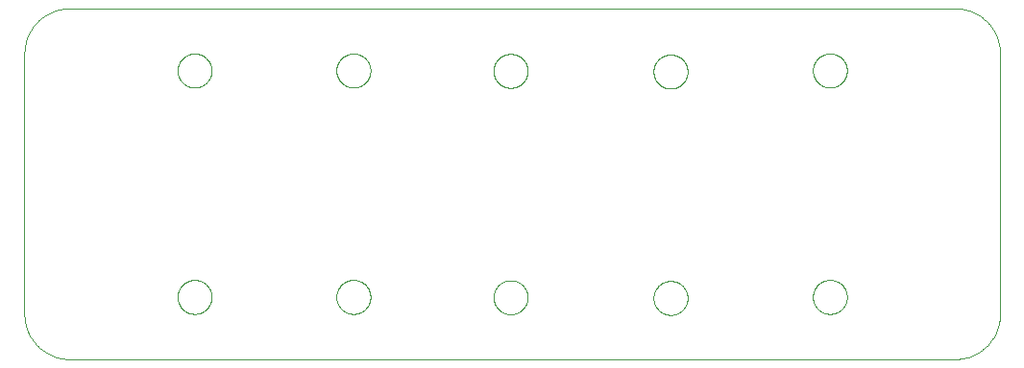
<source format=gbo>
G75*
%MOIN*%
%OFA0B0*%
%FSLAX25Y25*%
%IPPOS*%
%LPD*%
%AMOC8*
5,1,8,0,0,1.08239X$1,22.5*
%
%ADD10C,0.00000*%
D10*
X0024622Y0008874D02*
X0331709Y0008874D01*
X0332090Y0008879D01*
X0332470Y0008892D01*
X0332850Y0008915D01*
X0333229Y0008948D01*
X0333607Y0008989D01*
X0333984Y0009039D01*
X0334360Y0009099D01*
X0334735Y0009167D01*
X0335107Y0009245D01*
X0335478Y0009332D01*
X0335846Y0009427D01*
X0336212Y0009532D01*
X0336575Y0009645D01*
X0336936Y0009767D01*
X0337293Y0009897D01*
X0337647Y0010037D01*
X0337998Y0010184D01*
X0338345Y0010341D01*
X0338688Y0010505D01*
X0339027Y0010678D01*
X0339362Y0010859D01*
X0339693Y0011048D01*
X0340018Y0011245D01*
X0340339Y0011449D01*
X0340655Y0011662D01*
X0340965Y0011882D01*
X0341271Y0012109D01*
X0341570Y0012344D01*
X0341864Y0012586D01*
X0342152Y0012834D01*
X0342434Y0013090D01*
X0342709Y0013353D01*
X0342978Y0013622D01*
X0343241Y0013897D01*
X0343497Y0014179D01*
X0343745Y0014467D01*
X0343987Y0014761D01*
X0344222Y0015060D01*
X0344449Y0015366D01*
X0344669Y0015676D01*
X0344882Y0015992D01*
X0345086Y0016313D01*
X0345283Y0016638D01*
X0345472Y0016969D01*
X0345653Y0017304D01*
X0345826Y0017643D01*
X0345990Y0017986D01*
X0346147Y0018333D01*
X0346294Y0018684D01*
X0346434Y0019038D01*
X0346564Y0019395D01*
X0346686Y0019756D01*
X0346799Y0020119D01*
X0346904Y0020485D01*
X0346999Y0020853D01*
X0347086Y0021224D01*
X0347164Y0021596D01*
X0347232Y0021971D01*
X0347292Y0022347D01*
X0347342Y0022724D01*
X0347383Y0023102D01*
X0347416Y0023481D01*
X0347439Y0023861D01*
X0347452Y0024241D01*
X0347457Y0024622D01*
X0347457Y0115173D01*
X0347452Y0115554D01*
X0347439Y0115934D01*
X0347416Y0116314D01*
X0347383Y0116693D01*
X0347342Y0117071D01*
X0347292Y0117448D01*
X0347232Y0117824D01*
X0347164Y0118199D01*
X0347086Y0118571D01*
X0346999Y0118942D01*
X0346904Y0119310D01*
X0346799Y0119676D01*
X0346686Y0120039D01*
X0346564Y0120400D01*
X0346434Y0120757D01*
X0346294Y0121111D01*
X0346147Y0121462D01*
X0345990Y0121809D01*
X0345826Y0122152D01*
X0345653Y0122491D01*
X0345472Y0122826D01*
X0345283Y0123157D01*
X0345086Y0123482D01*
X0344882Y0123803D01*
X0344669Y0124119D01*
X0344449Y0124429D01*
X0344222Y0124735D01*
X0343987Y0125034D01*
X0343745Y0125328D01*
X0343497Y0125616D01*
X0343241Y0125898D01*
X0342978Y0126173D01*
X0342709Y0126442D01*
X0342434Y0126705D01*
X0342152Y0126961D01*
X0341864Y0127209D01*
X0341570Y0127451D01*
X0341271Y0127686D01*
X0340965Y0127913D01*
X0340655Y0128133D01*
X0340339Y0128346D01*
X0340018Y0128550D01*
X0339693Y0128747D01*
X0339362Y0128936D01*
X0339027Y0129117D01*
X0338688Y0129290D01*
X0338345Y0129454D01*
X0337998Y0129611D01*
X0337647Y0129758D01*
X0337293Y0129898D01*
X0336936Y0130028D01*
X0336575Y0130150D01*
X0336212Y0130263D01*
X0335846Y0130368D01*
X0335478Y0130463D01*
X0335107Y0130550D01*
X0334735Y0130628D01*
X0334360Y0130696D01*
X0333984Y0130756D01*
X0333607Y0130806D01*
X0333229Y0130847D01*
X0332850Y0130880D01*
X0332470Y0130903D01*
X0332090Y0130916D01*
X0331709Y0130921D01*
X0024622Y0130921D01*
X0024241Y0130916D01*
X0023861Y0130903D01*
X0023481Y0130880D01*
X0023102Y0130847D01*
X0022724Y0130806D01*
X0022347Y0130756D01*
X0021971Y0130696D01*
X0021596Y0130628D01*
X0021224Y0130550D01*
X0020853Y0130463D01*
X0020485Y0130368D01*
X0020119Y0130263D01*
X0019756Y0130150D01*
X0019395Y0130028D01*
X0019038Y0129898D01*
X0018684Y0129758D01*
X0018333Y0129611D01*
X0017986Y0129454D01*
X0017643Y0129290D01*
X0017304Y0129117D01*
X0016969Y0128936D01*
X0016638Y0128747D01*
X0016313Y0128550D01*
X0015992Y0128346D01*
X0015676Y0128133D01*
X0015366Y0127913D01*
X0015060Y0127686D01*
X0014761Y0127451D01*
X0014467Y0127209D01*
X0014179Y0126961D01*
X0013897Y0126705D01*
X0013622Y0126442D01*
X0013353Y0126173D01*
X0013090Y0125898D01*
X0012834Y0125616D01*
X0012586Y0125328D01*
X0012344Y0125034D01*
X0012109Y0124735D01*
X0011882Y0124429D01*
X0011662Y0124119D01*
X0011449Y0123803D01*
X0011245Y0123482D01*
X0011048Y0123157D01*
X0010859Y0122826D01*
X0010678Y0122491D01*
X0010505Y0122152D01*
X0010341Y0121809D01*
X0010184Y0121462D01*
X0010037Y0121111D01*
X0009897Y0120757D01*
X0009767Y0120400D01*
X0009645Y0120039D01*
X0009532Y0119676D01*
X0009427Y0119310D01*
X0009332Y0118942D01*
X0009245Y0118571D01*
X0009167Y0118199D01*
X0009099Y0117824D01*
X0009039Y0117448D01*
X0008989Y0117071D01*
X0008948Y0116693D01*
X0008915Y0116314D01*
X0008892Y0115934D01*
X0008879Y0115554D01*
X0008874Y0115173D01*
X0008874Y0024622D01*
X0008879Y0024241D01*
X0008892Y0023861D01*
X0008915Y0023481D01*
X0008948Y0023102D01*
X0008989Y0022724D01*
X0009039Y0022347D01*
X0009099Y0021971D01*
X0009167Y0021596D01*
X0009245Y0021224D01*
X0009332Y0020853D01*
X0009427Y0020485D01*
X0009532Y0020119D01*
X0009645Y0019756D01*
X0009767Y0019395D01*
X0009897Y0019038D01*
X0010037Y0018684D01*
X0010184Y0018333D01*
X0010341Y0017986D01*
X0010505Y0017643D01*
X0010678Y0017304D01*
X0010859Y0016969D01*
X0011048Y0016638D01*
X0011245Y0016313D01*
X0011449Y0015992D01*
X0011662Y0015676D01*
X0011882Y0015366D01*
X0012109Y0015060D01*
X0012344Y0014761D01*
X0012586Y0014467D01*
X0012834Y0014179D01*
X0013090Y0013897D01*
X0013353Y0013622D01*
X0013622Y0013353D01*
X0013897Y0013090D01*
X0014179Y0012834D01*
X0014467Y0012586D01*
X0014761Y0012344D01*
X0015060Y0012109D01*
X0015366Y0011882D01*
X0015676Y0011662D01*
X0015992Y0011449D01*
X0016313Y0011245D01*
X0016638Y0011048D01*
X0016969Y0010859D01*
X0017304Y0010678D01*
X0017643Y0010505D01*
X0017986Y0010341D01*
X0018333Y0010184D01*
X0018684Y0010037D01*
X0019038Y0009897D01*
X0019395Y0009767D01*
X0019756Y0009645D01*
X0020119Y0009532D01*
X0020485Y0009427D01*
X0020853Y0009332D01*
X0021224Y0009245D01*
X0021596Y0009167D01*
X0021971Y0009099D01*
X0022347Y0009039D01*
X0022724Y0008989D01*
X0023102Y0008948D01*
X0023481Y0008915D01*
X0023861Y0008892D01*
X0024241Y0008879D01*
X0024622Y0008874D01*
X0062023Y0030528D02*
X0062025Y0030681D01*
X0062031Y0030835D01*
X0062041Y0030988D01*
X0062055Y0031140D01*
X0062073Y0031293D01*
X0062095Y0031444D01*
X0062120Y0031595D01*
X0062150Y0031746D01*
X0062184Y0031896D01*
X0062221Y0032044D01*
X0062262Y0032192D01*
X0062307Y0032338D01*
X0062356Y0032484D01*
X0062409Y0032628D01*
X0062465Y0032770D01*
X0062525Y0032911D01*
X0062589Y0033051D01*
X0062656Y0033189D01*
X0062727Y0033325D01*
X0062802Y0033459D01*
X0062879Y0033591D01*
X0062961Y0033721D01*
X0063045Y0033849D01*
X0063133Y0033975D01*
X0063224Y0034098D01*
X0063318Y0034219D01*
X0063416Y0034337D01*
X0063516Y0034453D01*
X0063620Y0034566D01*
X0063726Y0034677D01*
X0063835Y0034785D01*
X0063947Y0034890D01*
X0064061Y0034991D01*
X0064179Y0035090D01*
X0064298Y0035186D01*
X0064420Y0035279D01*
X0064545Y0035368D01*
X0064672Y0035455D01*
X0064801Y0035537D01*
X0064932Y0035617D01*
X0065065Y0035693D01*
X0065200Y0035766D01*
X0065337Y0035835D01*
X0065476Y0035900D01*
X0065616Y0035962D01*
X0065758Y0036020D01*
X0065901Y0036075D01*
X0066046Y0036126D01*
X0066192Y0036173D01*
X0066339Y0036216D01*
X0066487Y0036255D01*
X0066636Y0036291D01*
X0066786Y0036322D01*
X0066937Y0036350D01*
X0067088Y0036374D01*
X0067241Y0036394D01*
X0067393Y0036410D01*
X0067546Y0036422D01*
X0067699Y0036430D01*
X0067852Y0036434D01*
X0068006Y0036434D01*
X0068159Y0036430D01*
X0068312Y0036422D01*
X0068465Y0036410D01*
X0068617Y0036394D01*
X0068770Y0036374D01*
X0068921Y0036350D01*
X0069072Y0036322D01*
X0069222Y0036291D01*
X0069371Y0036255D01*
X0069519Y0036216D01*
X0069666Y0036173D01*
X0069812Y0036126D01*
X0069957Y0036075D01*
X0070100Y0036020D01*
X0070242Y0035962D01*
X0070382Y0035900D01*
X0070521Y0035835D01*
X0070658Y0035766D01*
X0070793Y0035693D01*
X0070926Y0035617D01*
X0071057Y0035537D01*
X0071186Y0035455D01*
X0071313Y0035368D01*
X0071438Y0035279D01*
X0071560Y0035186D01*
X0071679Y0035090D01*
X0071797Y0034991D01*
X0071911Y0034890D01*
X0072023Y0034785D01*
X0072132Y0034677D01*
X0072238Y0034566D01*
X0072342Y0034453D01*
X0072442Y0034337D01*
X0072540Y0034219D01*
X0072634Y0034098D01*
X0072725Y0033975D01*
X0072813Y0033849D01*
X0072897Y0033721D01*
X0072979Y0033591D01*
X0073056Y0033459D01*
X0073131Y0033325D01*
X0073202Y0033189D01*
X0073269Y0033051D01*
X0073333Y0032911D01*
X0073393Y0032770D01*
X0073449Y0032628D01*
X0073502Y0032484D01*
X0073551Y0032338D01*
X0073596Y0032192D01*
X0073637Y0032044D01*
X0073674Y0031896D01*
X0073708Y0031746D01*
X0073738Y0031595D01*
X0073763Y0031444D01*
X0073785Y0031293D01*
X0073803Y0031140D01*
X0073817Y0030988D01*
X0073827Y0030835D01*
X0073833Y0030681D01*
X0073835Y0030528D01*
X0073833Y0030375D01*
X0073827Y0030221D01*
X0073817Y0030068D01*
X0073803Y0029916D01*
X0073785Y0029763D01*
X0073763Y0029612D01*
X0073738Y0029461D01*
X0073708Y0029310D01*
X0073674Y0029160D01*
X0073637Y0029012D01*
X0073596Y0028864D01*
X0073551Y0028718D01*
X0073502Y0028572D01*
X0073449Y0028428D01*
X0073393Y0028286D01*
X0073333Y0028145D01*
X0073269Y0028005D01*
X0073202Y0027867D01*
X0073131Y0027731D01*
X0073056Y0027597D01*
X0072979Y0027465D01*
X0072897Y0027335D01*
X0072813Y0027207D01*
X0072725Y0027081D01*
X0072634Y0026958D01*
X0072540Y0026837D01*
X0072442Y0026719D01*
X0072342Y0026603D01*
X0072238Y0026490D01*
X0072132Y0026379D01*
X0072023Y0026271D01*
X0071911Y0026166D01*
X0071797Y0026065D01*
X0071679Y0025966D01*
X0071560Y0025870D01*
X0071438Y0025777D01*
X0071313Y0025688D01*
X0071186Y0025601D01*
X0071057Y0025519D01*
X0070926Y0025439D01*
X0070793Y0025363D01*
X0070658Y0025290D01*
X0070521Y0025221D01*
X0070382Y0025156D01*
X0070242Y0025094D01*
X0070100Y0025036D01*
X0069957Y0024981D01*
X0069812Y0024930D01*
X0069666Y0024883D01*
X0069519Y0024840D01*
X0069371Y0024801D01*
X0069222Y0024765D01*
X0069072Y0024734D01*
X0068921Y0024706D01*
X0068770Y0024682D01*
X0068617Y0024662D01*
X0068465Y0024646D01*
X0068312Y0024634D01*
X0068159Y0024626D01*
X0068006Y0024622D01*
X0067852Y0024622D01*
X0067699Y0024626D01*
X0067546Y0024634D01*
X0067393Y0024646D01*
X0067241Y0024662D01*
X0067088Y0024682D01*
X0066937Y0024706D01*
X0066786Y0024734D01*
X0066636Y0024765D01*
X0066487Y0024801D01*
X0066339Y0024840D01*
X0066192Y0024883D01*
X0066046Y0024930D01*
X0065901Y0024981D01*
X0065758Y0025036D01*
X0065616Y0025094D01*
X0065476Y0025156D01*
X0065337Y0025221D01*
X0065200Y0025290D01*
X0065065Y0025363D01*
X0064932Y0025439D01*
X0064801Y0025519D01*
X0064672Y0025601D01*
X0064545Y0025688D01*
X0064420Y0025777D01*
X0064298Y0025870D01*
X0064179Y0025966D01*
X0064061Y0026065D01*
X0063947Y0026166D01*
X0063835Y0026271D01*
X0063726Y0026379D01*
X0063620Y0026490D01*
X0063516Y0026603D01*
X0063416Y0026719D01*
X0063318Y0026837D01*
X0063224Y0026958D01*
X0063133Y0027081D01*
X0063045Y0027207D01*
X0062961Y0027335D01*
X0062879Y0027465D01*
X0062802Y0027597D01*
X0062727Y0027731D01*
X0062656Y0027867D01*
X0062589Y0028005D01*
X0062525Y0028145D01*
X0062465Y0028286D01*
X0062409Y0028428D01*
X0062356Y0028572D01*
X0062307Y0028718D01*
X0062262Y0028864D01*
X0062221Y0029012D01*
X0062184Y0029160D01*
X0062150Y0029310D01*
X0062120Y0029461D01*
X0062095Y0029612D01*
X0062073Y0029763D01*
X0062055Y0029916D01*
X0062041Y0030068D01*
X0062031Y0030221D01*
X0062025Y0030375D01*
X0062023Y0030528D01*
X0117141Y0030528D02*
X0117143Y0030681D01*
X0117149Y0030835D01*
X0117159Y0030988D01*
X0117173Y0031140D01*
X0117191Y0031293D01*
X0117213Y0031444D01*
X0117238Y0031595D01*
X0117268Y0031746D01*
X0117302Y0031896D01*
X0117339Y0032044D01*
X0117380Y0032192D01*
X0117425Y0032338D01*
X0117474Y0032484D01*
X0117527Y0032628D01*
X0117583Y0032770D01*
X0117643Y0032911D01*
X0117707Y0033051D01*
X0117774Y0033189D01*
X0117845Y0033325D01*
X0117920Y0033459D01*
X0117997Y0033591D01*
X0118079Y0033721D01*
X0118163Y0033849D01*
X0118251Y0033975D01*
X0118342Y0034098D01*
X0118436Y0034219D01*
X0118534Y0034337D01*
X0118634Y0034453D01*
X0118738Y0034566D01*
X0118844Y0034677D01*
X0118953Y0034785D01*
X0119065Y0034890D01*
X0119179Y0034991D01*
X0119297Y0035090D01*
X0119416Y0035186D01*
X0119538Y0035279D01*
X0119663Y0035368D01*
X0119790Y0035455D01*
X0119919Y0035537D01*
X0120050Y0035617D01*
X0120183Y0035693D01*
X0120318Y0035766D01*
X0120455Y0035835D01*
X0120594Y0035900D01*
X0120734Y0035962D01*
X0120876Y0036020D01*
X0121019Y0036075D01*
X0121164Y0036126D01*
X0121310Y0036173D01*
X0121457Y0036216D01*
X0121605Y0036255D01*
X0121754Y0036291D01*
X0121904Y0036322D01*
X0122055Y0036350D01*
X0122206Y0036374D01*
X0122359Y0036394D01*
X0122511Y0036410D01*
X0122664Y0036422D01*
X0122817Y0036430D01*
X0122970Y0036434D01*
X0123124Y0036434D01*
X0123277Y0036430D01*
X0123430Y0036422D01*
X0123583Y0036410D01*
X0123735Y0036394D01*
X0123888Y0036374D01*
X0124039Y0036350D01*
X0124190Y0036322D01*
X0124340Y0036291D01*
X0124489Y0036255D01*
X0124637Y0036216D01*
X0124784Y0036173D01*
X0124930Y0036126D01*
X0125075Y0036075D01*
X0125218Y0036020D01*
X0125360Y0035962D01*
X0125500Y0035900D01*
X0125639Y0035835D01*
X0125776Y0035766D01*
X0125911Y0035693D01*
X0126044Y0035617D01*
X0126175Y0035537D01*
X0126304Y0035455D01*
X0126431Y0035368D01*
X0126556Y0035279D01*
X0126678Y0035186D01*
X0126797Y0035090D01*
X0126915Y0034991D01*
X0127029Y0034890D01*
X0127141Y0034785D01*
X0127250Y0034677D01*
X0127356Y0034566D01*
X0127460Y0034453D01*
X0127560Y0034337D01*
X0127658Y0034219D01*
X0127752Y0034098D01*
X0127843Y0033975D01*
X0127931Y0033849D01*
X0128015Y0033721D01*
X0128097Y0033591D01*
X0128174Y0033459D01*
X0128249Y0033325D01*
X0128320Y0033189D01*
X0128387Y0033051D01*
X0128451Y0032911D01*
X0128511Y0032770D01*
X0128567Y0032628D01*
X0128620Y0032484D01*
X0128669Y0032338D01*
X0128714Y0032192D01*
X0128755Y0032044D01*
X0128792Y0031896D01*
X0128826Y0031746D01*
X0128856Y0031595D01*
X0128881Y0031444D01*
X0128903Y0031293D01*
X0128921Y0031140D01*
X0128935Y0030988D01*
X0128945Y0030835D01*
X0128951Y0030681D01*
X0128953Y0030528D01*
X0128951Y0030375D01*
X0128945Y0030221D01*
X0128935Y0030068D01*
X0128921Y0029916D01*
X0128903Y0029763D01*
X0128881Y0029612D01*
X0128856Y0029461D01*
X0128826Y0029310D01*
X0128792Y0029160D01*
X0128755Y0029012D01*
X0128714Y0028864D01*
X0128669Y0028718D01*
X0128620Y0028572D01*
X0128567Y0028428D01*
X0128511Y0028286D01*
X0128451Y0028145D01*
X0128387Y0028005D01*
X0128320Y0027867D01*
X0128249Y0027731D01*
X0128174Y0027597D01*
X0128097Y0027465D01*
X0128015Y0027335D01*
X0127931Y0027207D01*
X0127843Y0027081D01*
X0127752Y0026958D01*
X0127658Y0026837D01*
X0127560Y0026719D01*
X0127460Y0026603D01*
X0127356Y0026490D01*
X0127250Y0026379D01*
X0127141Y0026271D01*
X0127029Y0026166D01*
X0126915Y0026065D01*
X0126797Y0025966D01*
X0126678Y0025870D01*
X0126556Y0025777D01*
X0126431Y0025688D01*
X0126304Y0025601D01*
X0126175Y0025519D01*
X0126044Y0025439D01*
X0125911Y0025363D01*
X0125776Y0025290D01*
X0125639Y0025221D01*
X0125500Y0025156D01*
X0125360Y0025094D01*
X0125218Y0025036D01*
X0125075Y0024981D01*
X0124930Y0024930D01*
X0124784Y0024883D01*
X0124637Y0024840D01*
X0124489Y0024801D01*
X0124340Y0024765D01*
X0124190Y0024734D01*
X0124039Y0024706D01*
X0123888Y0024682D01*
X0123735Y0024662D01*
X0123583Y0024646D01*
X0123430Y0024634D01*
X0123277Y0024626D01*
X0123124Y0024622D01*
X0122970Y0024622D01*
X0122817Y0024626D01*
X0122664Y0024634D01*
X0122511Y0024646D01*
X0122359Y0024662D01*
X0122206Y0024682D01*
X0122055Y0024706D01*
X0121904Y0024734D01*
X0121754Y0024765D01*
X0121605Y0024801D01*
X0121457Y0024840D01*
X0121310Y0024883D01*
X0121164Y0024930D01*
X0121019Y0024981D01*
X0120876Y0025036D01*
X0120734Y0025094D01*
X0120594Y0025156D01*
X0120455Y0025221D01*
X0120318Y0025290D01*
X0120183Y0025363D01*
X0120050Y0025439D01*
X0119919Y0025519D01*
X0119790Y0025601D01*
X0119663Y0025688D01*
X0119538Y0025777D01*
X0119416Y0025870D01*
X0119297Y0025966D01*
X0119179Y0026065D01*
X0119065Y0026166D01*
X0118953Y0026271D01*
X0118844Y0026379D01*
X0118738Y0026490D01*
X0118634Y0026603D01*
X0118534Y0026719D01*
X0118436Y0026837D01*
X0118342Y0026958D01*
X0118251Y0027081D01*
X0118163Y0027207D01*
X0118079Y0027335D01*
X0117997Y0027465D01*
X0117920Y0027597D01*
X0117845Y0027731D01*
X0117774Y0027867D01*
X0117707Y0028005D01*
X0117643Y0028145D01*
X0117583Y0028286D01*
X0117527Y0028428D01*
X0117474Y0028572D01*
X0117425Y0028718D01*
X0117380Y0028864D01*
X0117339Y0029012D01*
X0117302Y0029160D01*
X0117268Y0029310D01*
X0117238Y0029461D01*
X0117213Y0029612D01*
X0117191Y0029763D01*
X0117173Y0029916D01*
X0117159Y0030068D01*
X0117149Y0030221D01*
X0117143Y0030375D01*
X0117141Y0030528D01*
X0171669Y0030409D02*
X0171671Y0030562D01*
X0171677Y0030716D01*
X0171687Y0030869D01*
X0171701Y0031021D01*
X0171719Y0031174D01*
X0171741Y0031325D01*
X0171766Y0031476D01*
X0171796Y0031627D01*
X0171830Y0031777D01*
X0171867Y0031925D01*
X0171908Y0032073D01*
X0171953Y0032219D01*
X0172002Y0032365D01*
X0172055Y0032509D01*
X0172111Y0032651D01*
X0172171Y0032792D01*
X0172235Y0032932D01*
X0172302Y0033070D01*
X0172373Y0033206D01*
X0172448Y0033340D01*
X0172525Y0033472D01*
X0172607Y0033602D01*
X0172691Y0033730D01*
X0172779Y0033856D01*
X0172870Y0033979D01*
X0172964Y0034100D01*
X0173062Y0034218D01*
X0173162Y0034334D01*
X0173266Y0034447D01*
X0173372Y0034558D01*
X0173481Y0034666D01*
X0173593Y0034771D01*
X0173707Y0034872D01*
X0173825Y0034971D01*
X0173944Y0035067D01*
X0174066Y0035160D01*
X0174191Y0035249D01*
X0174318Y0035336D01*
X0174447Y0035418D01*
X0174578Y0035498D01*
X0174711Y0035574D01*
X0174846Y0035647D01*
X0174983Y0035716D01*
X0175122Y0035781D01*
X0175262Y0035843D01*
X0175404Y0035901D01*
X0175547Y0035956D01*
X0175692Y0036007D01*
X0175838Y0036054D01*
X0175985Y0036097D01*
X0176133Y0036136D01*
X0176282Y0036172D01*
X0176432Y0036203D01*
X0176583Y0036231D01*
X0176734Y0036255D01*
X0176887Y0036275D01*
X0177039Y0036291D01*
X0177192Y0036303D01*
X0177345Y0036311D01*
X0177498Y0036315D01*
X0177652Y0036315D01*
X0177805Y0036311D01*
X0177958Y0036303D01*
X0178111Y0036291D01*
X0178263Y0036275D01*
X0178416Y0036255D01*
X0178567Y0036231D01*
X0178718Y0036203D01*
X0178868Y0036172D01*
X0179017Y0036136D01*
X0179165Y0036097D01*
X0179312Y0036054D01*
X0179458Y0036007D01*
X0179603Y0035956D01*
X0179746Y0035901D01*
X0179888Y0035843D01*
X0180028Y0035781D01*
X0180167Y0035716D01*
X0180304Y0035647D01*
X0180439Y0035574D01*
X0180572Y0035498D01*
X0180703Y0035418D01*
X0180832Y0035336D01*
X0180959Y0035249D01*
X0181084Y0035160D01*
X0181206Y0035067D01*
X0181325Y0034971D01*
X0181443Y0034872D01*
X0181557Y0034771D01*
X0181669Y0034666D01*
X0181778Y0034558D01*
X0181884Y0034447D01*
X0181988Y0034334D01*
X0182088Y0034218D01*
X0182186Y0034100D01*
X0182280Y0033979D01*
X0182371Y0033856D01*
X0182459Y0033730D01*
X0182543Y0033602D01*
X0182625Y0033472D01*
X0182702Y0033340D01*
X0182777Y0033206D01*
X0182848Y0033070D01*
X0182915Y0032932D01*
X0182979Y0032792D01*
X0183039Y0032651D01*
X0183095Y0032509D01*
X0183148Y0032365D01*
X0183197Y0032219D01*
X0183242Y0032073D01*
X0183283Y0031925D01*
X0183320Y0031777D01*
X0183354Y0031627D01*
X0183384Y0031476D01*
X0183409Y0031325D01*
X0183431Y0031174D01*
X0183449Y0031021D01*
X0183463Y0030869D01*
X0183473Y0030716D01*
X0183479Y0030562D01*
X0183481Y0030409D01*
X0183479Y0030256D01*
X0183473Y0030102D01*
X0183463Y0029949D01*
X0183449Y0029797D01*
X0183431Y0029644D01*
X0183409Y0029493D01*
X0183384Y0029342D01*
X0183354Y0029191D01*
X0183320Y0029041D01*
X0183283Y0028893D01*
X0183242Y0028745D01*
X0183197Y0028599D01*
X0183148Y0028453D01*
X0183095Y0028309D01*
X0183039Y0028167D01*
X0182979Y0028026D01*
X0182915Y0027886D01*
X0182848Y0027748D01*
X0182777Y0027612D01*
X0182702Y0027478D01*
X0182625Y0027346D01*
X0182543Y0027216D01*
X0182459Y0027088D01*
X0182371Y0026962D01*
X0182280Y0026839D01*
X0182186Y0026718D01*
X0182088Y0026600D01*
X0181988Y0026484D01*
X0181884Y0026371D01*
X0181778Y0026260D01*
X0181669Y0026152D01*
X0181557Y0026047D01*
X0181443Y0025946D01*
X0181325Y0025847D01*
X0181206Y0025751D01*
X0181084Y0025658D01*
X0180959Y0025569D01*
X0180832Y0025482D01*
X0180703Y0025400D01*
X0180572Y0025320D01*
X0180439Y0025244D01*
X0180304Y0025171D01*
X0180167Y0025102D01*
X0180028Y0025037D01*
X0179888Y0024975D01*
X0179746Y0024917D01*
X0179603Y0024862D01*
X0179458Y0024811D01*
X0179312Y0024764D01*
X0179165Y0024721D01*
X0179017Y0024682D01*
X0178868Y0024646D01*
X0178718Y0024615D01*
X0178567Y0024587D01*
X0178416Y0024563D01*
X0178263Y0024543D01*
X0178111Y0024527D01*
X0177958Y0024515D01*
X0177805Y0024507D01*
X0177652Y0024503D01*
X0177498Y0024503D01*
X0177345Y0024507D01*
X0177192Y0024515D01*
X0177039Y0024527D01*
X0176887Y0024543D01*
X0176734Y0024563D01*
X0176583Y0024587D01*
X0176432Y0024615D01*
X0176282Y0024646D01*
X0176133Y0024682D01*
X0175985Y0024721D01*
X0175838Y0024764D01*
X0175692Y0024811D01*
X0175547Y0024862D01*
X0175404Y0024917D01*
X0175262Y0024975D01*
X0175122Y0025037D01*
X0174983Y0025102D01*
X0174846Y0025171D01*
X0174711Y0025244D01*
X0174578Y0025320D01*
X0174447Y0025400D01*
X0174318Y0025482D01*
X0174191Y0025569D01*
X0174066Y0025658D01*
X0173944Y0025751D01*
X0173825Y0025847D01*
X0173707Y0025946D01*
X0173593Y0026047D01*
X0173481Y0026152D01*
X0173372Y0026260D01*
X0173266Y0026371D01*
X0173162Y0026484D01*
X0173062Y0026600D01*
X0172964Y0026718D01*
X0172870Y0026839D01*
X0172779Y0026962D01*
X0172691Y0027088D01*
X0172607Y0027216D01*
X0172525Y0027346D01*
X0172448Y0027478D01*
X0172373Y0027612D01*
X0172302Y0027748D01*
X0172235Y0027886D01*
X0172171Y0028026D01*
X0172111Y0028167D01*
X0172055Y0028309D01*
X0172002Y0028453D01*
X0171953Y0028599D01*
X0171908Y0028745D01*
X0171867Y0028893D01*
X0171830Y0029041D01*
X0171796Y0029191D01*
X0171766Y0029342D01*
X0171741Y0029493D01*
X0171719Y0029644D01*
X0171701Y0029797D01*
X0171687Y0029949D01*
X0171677Y0030102D01*
X0171671Y0030256D01*
X0171669Y0030409D01*
X0227181Y0030173D02*
X0227183Y0030326D01*
X0227189Y0030480D01*
X0227199Y0030633D01*
X0227213Y0030785D01*
X0227231Y0030938D01*
X0227253Y0031089D01*
X0227278Y0031240D01*
X0227308Y0031391D01*
X0227342Y0031541D01*
X0227379Y0031689D01*
X0227420Y0031837D01*
X0227465Y0031983D01*
X0227514Y0032129D01*
X0227567Y0032273D01*
X0227623Y0032415D01*
X0227683Y0032556D01*
X0227747Y0032696D01*
X0227814Y0032834D01*
X0227885Y0032970D01*
X0227960Y0033104D01*
X0228037Y0033236D01*
X0228119Y0033366D01*
X0228203Y0033494D01*
X0228291Y0033620D01*
X0228382Y0033743D01*
X0228476Y0033864D01*
X0228574Y0033982D01*
X0228674Y0034098D01*
X0228778Y0034211D01*
X0228884Y0034322D01*
X0228993Y0034430D01*
X0229105Y0034535D01*
X0229219Y0034636D01*
X0229337Y0034735D01*
X0229456Y0034831D01*
X0229578Y0034924D01*
X0229703Y0035013D01*
X0229830Y0035100D01*
X0229959Y0035182D01*
X0230090Y0035262D01*
X0230223Y0035338D01*
X0230358Y0035411D01*
X0230495Y0035480D01*
X0230634Y0035545D01*
X0230774Y0035607D01*
X0230916Y0035665D01*
X0231059Y0035720D01*
X0231204Y0035771D01*
X0231350Y0035818D01*
X0231497Y0035861D01*
X0231645Y0035900D01*
X0231794Y0035936D01*
X0231944Y0035967D01*
X0232095Y0035995D01*
X0232246Y0036019D01*
X0232399Y0036039D01*
X0232551Y0036055D01*
X0232704Y0036067D01*
X0232857Y0036075D01*
X0233010Y0036079D01*
X0233164Y0036079D01*
X0233317Y0036075D01*
X0233470Y0036067D01*
X0233623Y0036055D01*
X0233775Y0036039D01*
X0233928Y0036019D01*
X0234079Y0035995D01*
X0234230Y0035967D01*
X0234380Y0035936D01*
X0234529Y0035900D01*
X0234677Y0035861D01*
X0234824Y0035818D01*
X0234970Y0035771D01*
X0235115Y0035720D01*
X0235258Y0035665D01*
X0235400Y0035607D01*
X0235540Y0035545D01*
X0235679Y0035480D01*
X0235816Y0035411D01*
X0235951Y0035338D01*
X0236084Y0035262D01*
X0236215Y0035182D01*
X0236344Y0035100D01*
X0236471Y0035013D01*
X0236596Y0034924D01*
X0236718Y0034831D01*
X0236837Y0034735D01*
X0236955Y0034636D01*
X0237069Y0034535D01*
X0237181Y0034430D01*
X0237290Y0034322D01*
X0237396Y0034211D01*
X0237500Y0034098D01*
X0237600Y0033982D01*
X0237698Y0033864D01*
X0237792Y0033743D01*
X0237883Y0033620D01*
X0237971Y0033494D01*
X0238055Y0033366D01*
X0238137Y0033236D01*
X0238214Y0033104D01*
X0238289Y0032970D01*
X0238360Y0032834D01*
X0238427Y0032696D01*
X0238491Y0032556D01*
X0238551Y0032415D01*
X0238607Y0032273D01*
X0238660Y0032129D01*
X0238709Y0031983D01*
X0238754Y0031837D01*
X0238795Y0031689D01*
X0238832Y0031541D01*
X0238866Y0031391D01*
X0238896Y0031240D01*
X0238921Y0031089D01*
X0238943Y0030938D01*
X0238961Y0030785D01*
X0238975Y0030633D01*
X0238985Y0030480D01*
X0238991Y0030326D01*
X0238993Y0030173D01*
X0238991Y0030020D01*
X0238985Y0029866D01*
X0238975Y0029713D01*
X0238961Y0029561D01*
X0238943Y0029408D01*
X0238921Y0029257D01*
X0238896Y0029106D01*
X0238866Y0028955D01*
X0238832Y0028805D01*
X0238795Y0028657D01*
X0238754Y0028509D01*
X0238709Y0028363D01*
X0238660Y0028217D01*
X0238607Y0028073D01*
X0238551Y0027931D01*
X0238491Y0027790D01*
X0238427Y0027650D01*
X0238360Y0027512D01*
X0238289Y0027376D01*
X0238214Y0027242D01*
X0238137Y0027110D01*
X0238055Y0026980D01*
X0237971Y0026852D01*
X0237883Y0026726D01*
X0237792Y0026603D01*
X0237698Y0026482D01*
X0237600Y0026364D01*
X0237500Y0026248D01*
X0237396Y0026135D01*
X0237290Y0026024D01*
X0237181Y0025916D01*
X0237069Y0025811D01*
X0236955Y0025710D01*
X0236837Y0025611D01*
X0236718Y0025515D01*
X0236596Y0025422D01*
X0236471Y0025333D01*
X0236344Y0025246D01*
X0236215Y0025164D01*
X0236084Y0025084D01*
X0235951Y0025008D01*
X0235816Y0024935D01*
X0235679Y0024866D01*
X0235540Y0024801D01*
X0235400Y0024739D01*
X0235258Y0024681D01*
X0235115Y0024626D01*
X0234970Y0024575D01*
X0234824Y0024528D01*
X0234677Y0024485D01*
X0234529Y0024446D01*
X0234380Y0024410D01*
X0234230Y0024379D01*
X0234079Y0024351D01*
X0233928Y0024327D01*
X0233775Y0024307D01*
X0233623Y0024291D01*
X0233470Y0024279D01*
X0233317Y0024271D01*
X0233164Y0024267D01*
X0233010Y0024267D01*
X0232857Y0024271D01*
X0232704Y0024279D01*
X0232551Y0024291D01*
X0232399Y0024307D01*
X0232246Y0024327D01*
X0232095Y0024351D01*
X0231944Y0024379D01*
X0231794Y0024410D01*
X0231645Y0024446D01*
X0231497Y0024485D01*
X0231350Y0024528D01*
X0231204Y0024575D01*
X0231059Y0024626D01*
X0230916Y0024681D01*
X0230774Y0024739D01*
X0230634Y0024801D01*
X0230495Y0024866D01*
X0230358Y0024935D01*
X0230223Y0025008D01*
X0230090Y0025084D01*
X0229959Y0025164D01*
X0229830Y0025246D01*
X0229703Y0025333D01*
X0229578Y0025422D01*
X0229456Y0025515D01*
X0229337Y0025611D01*
X0229219Y0025710D01*
X0229105Y0025811D01*
X0228993Y0025916D01*
X0228884Y0026024D01*
X0228778Y0026135D01*
X0228674Y0026248D01*
X0228574Y0026364D01*
X0228476Y0026482D01*
X0228382Y0026603D01*
X0228291Y0026726D01*
X0228203Y0026852D01*
X0228119Y0026980D01*
X0228037Y0027110D01*
X0227960Y0027242D01*
X0227885Y0027376D01*
X0227814Y0027512D01*
X0227747Y0027650D01*
X0227683Y0027790D01*
X0227623Y0027931D01*
X0227567Y0028073D01*
X0227514Y0028217D01*
X0227465Y0028363D01*
X0227420Y0028509D01*
X0227379Y0028657D01*
X0227342Y0028805D01*
X0227308Y0028955D01*
X0227278Y0029106D01*
X0227253Y0029257D01*
X0227231Y0029408D01*
X0227213Y0029561D01*
X0227199Y0029713D01*
X0227189Y0029866D01*
X0227183Y0030020D01*
X0227181Y0030173D01*
X0282496Y0030528D02*
X0282498Y0030681D01*
X0282504Y0030835D01*
X0282514Y0030988D01*
X0282528Y0031140D01*
X0282546Y0031293D01*
X0282568Y0031444D01*
X0282593Y0031595D01*
X0282623Y0031746D01*
X0282657Y0031896D01*
X0282694Y0032044D01*
X0282735Y0032192D01*
X0282780Y0032338D01*
X0282829Y0032484D01*
X0282882Y0032628D01*
X0282938Y0032770D01*
X0282998Y0032911D01*
X0283062Y0033051D01*
X0283129Y0033189D01*
X0283200Y0033325D01*
X0283275Y0033459D01*
X0283352Y0033591D01*
X0283434Y0033721D01*
X0283518Y0033849D01*
X0283606Y0033975D01*
X0283697Y0034098D01*
X0283791Y0034219D01*
X0283889Y0034337D01*
X0283989Y0034453D01*
X0284093Y0034566D01*
X0284199Y0034677D01*
X0284308Y0034785D01*
X0284420Y0034890D01*
X0284534Y0034991D01*
X0284652Y0035090D01*
X0284771Y0035186D01*
X0284893Y0035279D01*
X0285018Y0035368D01*
X0285145Y0035455D01*
X0285274Y0035537D01*
X0285405Y0035617D01*
X0285538Y0035693D01*
X0285673Y0035766D01*
X0285810Y0035835D01*
X0285949Y0035900D01*
X0286089Y0035962D01*
X0286231Y0036020D01*
X0286374Y0036075D01*
X0286519Y0036126D01*
X0286665Y0036173D01*
X0286812Y0036216D01*
X0286960Y0036255D01*
X0287109Y0036291D01*
X0287259Y0036322D01*
X0287410Y0036350D01*
X0287561Y0036374D01*
X0287714Y0036394D01*
X0287866Y0036410D01*
X0288019Y0036422D01*
X0288172Y0036430D01*
X0288325Y0036434D01*
X0288479Y0036434D01*
X0288632Y0036430D01*
X0288785Y0036422D01*
X0288938Y0036410D01*
X0289090Y0036394D01*
X0289243Y0036374D01*
X0289394Y0036350D01*
X0289545Y0036322D01*
X0289695Y0036291D01*
X0289844Y0036255D01*
X0289992Y0036216D01*
X0290139Y0036173D01*
X0290285Y0036126D01*
X0290430Y0036075D01*
X0290573Y0036020D01*
X0290715Y0035962D01*
X0290855Y0035900D01*
X0290994Y0035835D01*
X0291131Y0035766D01*
X0291266Y0035693D01*
X0291399Y0035617D01*
X0291530Y0035537D01*
X0291659Y0035455D01*
X0291786Y0035368D01*
X0291911Y0035279D01*
X0292033Y0035186D01*
X0292152Y0035090D01*
X0292270Y0034991D01*
X0292384Y0034890D01*
X0292496Y0034785D01*
X0292605Y0034677D01*
X0292711Y0034566D01*
X0292815Y0034453D01*
X0292915Y0034337D01*
X0293013Y0034219D01*
X0293107Y0034098D01*
X0293198Y0033975D01*
X0293286Y0033849D01*
X0293370Y0033721D01*
X0293452Y0033591D01*
X0293529Y0033459D01*
X0293604Y0033325D01*
X0293675Y0033189D01*
X0293742Y0033051D01*
X0293806Y0032911D01*
X0293866Y0032770D01*
X0293922Y0032628D01*
X0293975Y0032484D01*
X0294024Y0032338D01*
X0294069Y0032192D01*
X0294110Y0032044D01*
X0294147Y0031896D01*
X0294181Y0031746D01*
X0294211Y0031595D01*
X0294236Y0031444D01*
X0294258Y0031293D01*
X0294276Y0031140D01*
X0294290Y0030988D01*
X0294300Y0030835D01*
X0294306Y0030681D01*
X0294308Y0030528D01*
X0294306Y0030375D01*
X0294300Y0030221D01*
X0294290Y0030068D01*
X0294276Y0029916D01*
X0294258Y0029763D01*
X0294236Y0029612D01*
X0294211Y0029461D01*
X0294181Y0029310D01*
X0294147Y0029160D01*
X0294110Y0029012D01*
X0294069Y0028864D01*
X0294024Y0028718D01*
X0293975Y0028572D01*
X0293922Y0028428D01*
X0293866Y0028286D01*
X0293806Y0028145D01*
X0293742Y0028005D01*
X0293675Y0027867D01*
X0293604Y0027731D01*
X0293529Y0027597D01*
X0293452Y0027465D01*
X0293370Y0027335D01*
X0293286Y0027207D01*
X0293198Y0027081D01*
X0293107Y0026958D01*
X0293013Y0026837D01*
X0292915Y0026719D01*
X0292815Y0026603D01*
X0292711Y0026490D01*
X0292605Y0026379D01*
X0292496Y0026271D01*
X0292384Y0026166D01*
X0292270Y0026065D01*
X0292152Y0025966D01*
X0292033Y0025870D01*
X0291911Y0025777D01*
X0291786Y0025688D01*
X0291659Y0025601D01*
X0291530Y0025519D01*
X0291399Y0025439D01*
X0291266Y0025363D01*
X0291131Y0025290D01*
X0290994Y0025221D01*
X0290855Y0025156D01*
X0290715Y0025094D01*
X0290573Y0025036D01*
X0290430Y0024981D01*
X0290285Y0024930D01*
X0290139Y0024883D01*
X0289992Y0024840D01*
X0289844Y0024801D01*
X0289695Y0024765D01*
X0289545Y0024734D01*
X0289394Y0024706D01*
X0289243Y0024682D01*
X0289090Y0024662D01*
X0288938Y0024646D01*
X0288785Y0024634D01*
X0288632Y0024626D01*
X0288479Y0024622D01*
X0288325Y0024622D01*
X0288172Y0024626D01*
X0288019Y0024634D01*
X0287866Y0024646D01*
X0287714Y0024662D01*
X0287561Y0024682D01*
X0287410Y0024706D01*
X0287259Y0024734D01*
X0287109Y0024765D01*
X0286960Y0024801D01*
X0286812Y0024840D01*
X0286665Y0024883D01*
X0286519Y0024930D01*
X0286374Y0024981D01*
X0286231Y0025036D01*
X0286089Y0025094D01*
X0285949Y0025156D01*
X0285810Y0025221D01*
X0285673Y0025290D01*
X0285538Y0025363D01*
X0285405Y0025439D01*
X0285274Y0025519D01*
X0285145Y0025601D01*
X0285018Y0025688D01*
X0284893Y0025777D01*
X0284771Y0025870D01*
X0284652Y0025966D01*
X0284534Y0026065D01*
X0284420Y0026166D01*
X0284308Y0026271D01*
X0284199Y0026379D01*
X0284093Y0026490D01*
X0283989Y0026603D01*
X0283889Y0026719D01*
X0283791Y0026837D01*
X0283697Y0026958D01*
X0283606Y0027081D01*
X0283518Y0027207D01*
X0283434Y0027335D01*
X0283352Y0027465D01*
X0283275Y0027597D01*
X0283200Y0027731D01*
X0283129Y0027867D01*
X0283062Y0028005D01*
X0282998Y0028145D01*
X0282938Y0028286D01*
X0282882Y0028428D01*
X0282829Y0028572D01*
X0282780Y0028718D01*
X0282735Y0028864D01*
X0282694Y0029012D01*
X0282657Y0029160D01*
X0282623Y0029310D01*
X0282593Y0029461D01*
X0282568Y0029612D01*
X0282546Y0029763D01*
X0282528Y0029916D01*
X0282514Y0030068D01*
X0282504Y0030221D01*
X0282498Y0030375D01*
X0282496Y0030528D01*
X0227181Y0108913D02*
X0227183Y0109066D01*
X0227189Y0109220D01*
X0227199Y0109373D01*
X0227213Y0109525D01*
X0227231Y0109678D01*
X0227253Y0109829D01*
X0227278Y0109980D01*
X0227308Y0110131D01*
X0227342Y0110281D01*
X0227379Y0110429D01*
X0227420Y0110577D01*
X0227465Y0110723D01*
X0227514Y0110869D01*
X0227567Y0111013D01*
X0227623Y0111155D01*
X0227683Y0111296D01*
X0227747Y0111436D01*
X0227814Y0111574D01*
X0227885Y0111710D01*
X0227960Y0111844D01*
X0228037Y0111976D01*
X0228119Y0112106D01*
X0228203Y0112234D01*
X0228291Y0112360D01*
X0228382Y0112483D01*
X0228476Y0112604D01*
X0228574Y0112722D01*
X0228674Y0112838D01*
X0228778Y0112951D01*
X0228884Y0113062D01*
X0228993Y0113170D01*
X0229105Y0113275D01*
X0229219Y0113376D01*
X0229337Y0113475D01*
X0229456Y0113571D01*
X0229578Y0113664D01*
X0229703Y0113753D01*
X0229830Y0113840D01*
X0229959Y0113922D01*
X0230090Y0114002D01*
X0230223Y0114078D01*
X0230358Y0114151D01*
X0230495Y0114220D01*
X0230634Y0114285D01*
X0230774Y0114347D01*
X0230916Y0114405D01*
X0231059Y0114460D01*
X0231204Y0114511D01*
X0231350Y0114558D01*
X0231497Y0114601D01*
X0231645Y0114640D01*
X0231794Y0114676D01*
X0231944Y0114707D01*
X0232095Y0114735D01*
X0232246Y0114759D01*
X0232399Y0114779D01*
X0232551Y0114795D01*
X0232704Y0114807D01*
X0232857Y0114815D01*
X0233010Y0114819D01*
X0233164Y0114819D01*
X0233317Y0114815D01*
X0233470Y0114807D01*
X0233623Y0114795D01*
X0233775Y0114779D01*
X0233928Y0114759D01*
X0234079Y0114735D01*
X0234230Y0114707D01*
X0234380Y0114676D01*
X0234529Y0114640D01*
X0234677Y0114601D01*
X0234824Y0114558D01*
X0234970Y0114511D01*
X0235115Y0114460D01*
X0235258Y0114405D01*
X0235400Y0114347D01*
X0235540Y0114285D01*
X0235679Y0114220D01*
X0235816Y0114151D01*
X0235951Y0114078D01*
X0236084Y0114002D01*
X0236215Y0113922D01*
X0236344Y0113840D01*
X0236471Y0113753D01*
X0236596Y0113664D01*
X0236718Y0113571D01*
X0236837Y0113475D01*
X0236955Y0113376D01*
X0237069Y0113275D01*
X0237181Y0113170D01*
X0237290Y0113062D01*
X0237396Y0112951D01*
X0237500Y0112838D01*
X0237600Y0112722D01*
X0237698Y0112604D01*
X0237792Y0112483D01*
X0237883Y0112360D01*
X0237971Y0112234D01*
X0238055Y0112106D01*
X0238137Y0111976D01*
X0238214Y0111844D01*
X0238289Y0111710D01*
X0238360Y0111574D01*
X0238427Y0111436D01*
X0238491Y0111296D01*
X0238551Y0111155D01*
X0238607Y0111013D01*
X0238660Y0110869D01*
X0238709Y0110723D01*
X0238754Y0110577D01*
X0238795Y0110429D01*
X0238832Y0110281D01*
X0238866Y0110131D01*
X0238896Y0109980D01*
X0238921Y0109829D01*
X0238943Y0109678D01*
X0238961Y0109525D01*
X0238975Y0109373D01*
X0238985Y0109220D01*
X0238991Y0109066D01*
X0238993Y0108913D01*
X0238991Y0108760D01*
X0238985Y0108606D01*
X0238975Y0108453D01*
X0238961Y0108301D01*
X0238943Y0108148D01*
X0238921Y0107997D01*
X0238896Y0107846D01*
X0238866Y0107695D01*
X0238832Y0107545D01*
X0238795Y0107397D01*
X0238754Y0107249D01*
X0238709Y0107103D01*
X0238660Y0106957D01*
X0238607Y0106813D01*
X0238551Y0106671D01*
X0238491Y0106530D01*
X0238427Y0106390D01*
X0238360Y0106252D01*
X0238289Y0106116D01*
X0238214Y0105982D01*
X0238137Y0105850D01*
X0238055Y0105720D01*
X0237971Y0105592D01*
X0237883Y0105466D01*
X0237792Y0105343D01*
X0237698Y0105222D01*
X0237600Y0105104D01*
X0237500Y0104988D01*
X0237396Y0104875D01*
X0237290Y0104764D01*
X0237181Y0104656D01*
X0237069Y0104551D01*
X0236955Y0104450D01*
X0236837Y0104351D01*
X0236718Y0104255D01*
X0236596Y0104162D01*
X0236471Y0104073D01*
X0236344Y0103986D01*
X0236215Y0103904D01*
X0236084Y0103824D01*
X0235951Y0103748D01*
X0235816Y0103675D01*
X0235679Y0103606D01*
X0235540Y0103541D01*
X0235400Y0103479D01*
X0235258Y0103421D01*
X0235115Y0103366D01*
X0234970Y0103315D01*
X0234824Y0103268D01*
X0234677Y0103225D01*
X0234529Y0103186D01*
X0234380Y0103150D01*
X0234230Y0103119D01*
X0234079Y0103091D01*
X0233928Y0103067D01*
X0233775Y0103047D01*
X0233623Y0103031D01*
X0233470Y0103019D01*
X0233317Y0103011D01*
X0233164Y0103007D01*
X0233010Y0103007D01*
X0232857Y0103011D01*
X0232704Y0103019D01*
X0232551Y0103031D01*
X0232399Y0103047D01*
X0232246Y0103067D01*
X0232095Y0103091D01*
X0231944Y0103119D01*
X0231794Y0103150D01*
X0231645Y0103186D01*
X0231497Y0103225D01*
X0231350Y0103268D01*
X0231204Y0103315D01*
X0231059Y0103366D01*
X0230916Y0103421D01*
X0230774Y0103479D01*
X0230634Y0103541D01*
X0230495Y0103606D01*
X0230358Y0103675D01*
X0230223Y0103748D01*
X0230090Y0103824D01*
X0229959Y0103904D01*
X0229830Y0103986D01*
X0229703Y0104073D01*
X0229578Y0104162D01*
X0229456Y0104255D01*
X0229337Y0104351D01*
X0229219Y0104450D01*
X0229105Y0104551D01*
X0228993Y0104656D01*
X0228884Y0104764D01*
X0228778Y0104875D01*
X0228674Y0104988D01*
X0228574Y0105104D01*
X0228476Y0105222D01*
X0228382Y0105343D01*
X0228291Y0105466D01*
X0228203Y0105592D01*
X0228119Y0105720D01*
X0228037Y0105850D01*
X0227960Y0105982D01*
X0227885Y0106116D01*
X0227814Y0106252D01*
X0227747Y0106390D01*
X0227683Y0106530D01*
X0227623Y0106671D01*
X0227567Y0106813D01*
X0227514Y0106957D01*
X0227465Y0107103D01*
X0227420Y0107249D01*
X0227379Y0107397D01*
X0227342Y0107545D01*
X0227308Y0107695D01*
X0227278Y0107846D01*
X0227253Y0107997D01*
X0227231Y0108148D01*
X0227213Y0108301D01*
X0227199Y0108453D01*
X0227189Y0108606D01*
X0227183Y0108760D01*
X0227181Y0108913D01*
X0171669Y0109150D02*
X0171671Y0109303D01*
X0171677Y0109457D01*
X0171687Y0109610D01*
X0171701Y0109762D01*
X0171719Y0109915D01*
X0171741Y0110066D01*
X0171766Y0110217D01*
X0171796Y0110368D01*
X0171830Y0110518D01*
X0171867Y0110666D01*
X0171908Y0110814D01*
X0171953Y0110960D01*
X0172002Y0111106D01*
X0172055Y0111250D01*
X0172111Y0111392D01*
X0172171Y0111533D01*
X0172235Y0111673D01*
X0172302Y0111811D01*
X0172373Y0111947D01*
X0172448Y0112081D01*
X0172525Y0112213D01*
X0172607Y0112343D01*
X0172691Y0112471D01*
X0172779Y0112597D01*
X0172870Y0112720D01*
X0172964Y0112841D01*
X0173062Y0112959D01*
X0173162Y0113075D01*
X0173266Y0113188D01*
X0173372Y0113299D01*
X0173481Y0113407D01*
X0173593Y0113512D01*
X0173707Y0113613D01*
X0173825Y0113712D01*
X0173944Y0113808D01*
X0174066Y0113901D01*
X0174191Y0113990D01*
X0174318Y0114077D01*
X0174447Y0114159D01*
X0174578Y0114239D01*
X0174711Y0114315D01*
X0174846Y0114388D01*
X0174983Y0114457D01*
X0175122Y0114522D01*
X0175262Y0114584D01*
X0175404Y0114642D01*
X0175547Y0114697D01*
X0175692Y0114748D01*
X0175838Y0114795D01*
X0175985Y0114838D01*
X0176133Y0114877D01*
X0176282Y0114913D01*
X0176432Y0114944D01*
X0176583Y0114972D01*
X0176734Y0114996D01*
X0176887Y0115016D01*
X0177039Y0115032D01*
X0177192Y0115044D01*
X0177345Y0115052D01*
X0177498Y0115056D01*
X0177652Y0115056D01*
X0177805Y0115052D01*
X0177958Y0115044D01*
X0178111Y0115032D01*
X0178263Y0115016D01*
X0178416Y0114996D01*
X0178567Y0114972D01*
X0178718Y0114944D01*
X0178868Y0114913D01*
X0179017Y0114877D01*
X0179165Y0114838D01*
X0179312Y0114795D01*
X0179458Y0114748D01*
X0179603Y0114697D01*
X0179746Y0114642D01*
X0179888Y0114584D01*
X0180028Y0114522D01*
X0180167Y0114457D01*
X0180304Y0114388D01*
X0180439Y0114315D01*
X0180572Y0114239D01*
X0180703Y0114159D01*
X0180832Y0114077D01*
X0180959Y0113990D01*
X0181084Y0113901D01*
X0181206Y0113808D01*
X0181325Y0113712D01*
X0181443Y0113613D01*
X0181557Y0113512D01*
X0181669Y0113407D01*
X0181778Y0113299D01*
X0181884Y0113188D01*
X0181988Y0113075D01*
X0182088Y0112959D01*
X0182186Y0112841D01*
X0182280Y0112720D01*
X0182371Y0112597D01*
X0182459Y0112471D01*
X0182543Y0112343D01*
X0182625Y0112213D01*
X0182702Y0112081D01*
X0182777Y0111947D01*
X0182848Y0111811D01*
X0182915Y0111673D01*
X0182979Y0111533D01*
X0183039Y0111392D01*
X0183095Y0111250D01*
X0183148Y0111106D01*
X0183197Y0110960D01*
X0183242Y0110814D01*
X0183283Y0110666D01*
X0183320Y0110518D01*
X0183354Y0110368D01*
X0183384Y0110217D01*
X0183409Y0110066D01*
X0183431Y0109915D01*
X0183449Y0109762D01*
X0183463Y0109610D01*
X0183473Y0109457D01*
X0183479Y0109303D01*
X0183481Y0109150D01*
X0183479Y0108997D01*
X0183473Y0108843D01*
X0183463Y0108690D01*
X0183449Y0108538D01*
X0183431Y0108385D01*
X0183409Y0108234D01*
X0183384Y0108083D01*
X0183354Y0107932D01*
X0183320Y0107782D01*
X0183283Y0107634D01*
X0183242Y0107486D01*
X0183197Y0107340D01*
X0183148Y0107194D01*
X0183095Y0107050D01*
X0183039Y0106908D01*
X0182979Y0106767D01*
X0182915Y0106627D01*
X0182848Y0106489D01*
X0182777Y0106353D01*
X0182702Y0106219D01*
X0182625Y0106087D01*
X0182543Y0105957D01*
X0182459Y0105829D01*
X0182371Y0105703D01*
X0182280Y0105580D01*
X0182186Y0105459D01*
X0182088Y0105341D01*
X0181988Y0105225D01*
X0181884Y0105112D01*
X0181778Y0105001D01*
X0181669Y0104893D01*
X0181557Y0104788D01*
X0181443Y0104687D01*
X0181325Y0104588D01*
X0181206Y0104492D01*
X0181084Y0104399D01*
X0180959Y0104310D01*
X0180832Y0104223D01*
X0180703Y0104141D01*
X0180572Y0104061D01*
X0180439Y0103985D01*
X0180304Y0103912D01*
X0180167Y0103843D01*
X0180028Y0103778D01*
X0179888Y0103716D01*
X0179746Y0103658D01*
X0179603Y0103603D01*
X0179458Y0103552D01*
X0179312Y0103505D01*
X0179165Y0103462D01*
X0179017Y0103423D01*
X0178868Y0103387D01*
X0178718Y0103356D01*
X0178567Y0103328D01*
X0178416Y0103304D01*
X0178263Y0103284D01*
X0178111Y0103268D01*
X0177958Y0103256D01*
X0177805Y0103248D01*
X0177652Y0103244D01*
X0177498Y0103244D01*
X0177345Y0103248D01*
X0177192Y0103256D01*
X0177039Y0103268D01*
X0176887Y0103284D01*
X0176734Y0103304D01*
X0176583Y0103328D01*
X0176432Y0103356D01*
X0176282Y0103387D01*
X0176133Y0103423D01*
X0175985Y0103462D01*
X0175838Y0103505D01*
X0175692Y0103552D01*
X0175547Y0103603D01*
X0175404Y0103658D01*
X0175262Y0103716D01*
X0175122Y0103778D01*
X0174983Y0103843D01*
X0174846Y0103912D01*
X0174711Y0103985D01*
X0174578Y0104061D01*
X0174447Y0104141D01*
X0174318Y0104223D01*
X0174191Y0104310D01*
X0174066Y0104399D01*
X0173944Y0104492D01*
X0173825Y0104588D01*
X0173707Y0104687D01*
X0173593Y0104788D01*
X0173481Y0104893D01*
X0173372Y0105001D01*
X0173266Y0105112D01*
X0173162Y0105225D01*
X0173062Y0105341D01*
X0172964Y0105459D01*
X0172870Y0105580D01*
X0172779Y0105703D01*
X0172691Y0105829D01*
X0172607Y0105957D01*
X0172525Y0106087D01*
X0172448Y0106219D01*
X0172373Y0106353D01*
X0172302Y0106489D01*
X0172235Y0106627D01*
X0172171Y0106767D01*
X0172111Y0106908D01*
X0172055Y0107050D01*
X0172002Y0107194D01*
X0171953Y0107340D01*
X0171908Y0107486D01*
X0171867Y0107634D01*
X0171830Y0107782D01*
X0171796Y0107932D01*
X0171766Y0108083D01*
X0171741Y0108234D01*
X0171719Y0108385D01*
X0171701Y0108538D01*
X0171687Y0108690D01*
X0171677Y0108843D01*
X0171671Y0108997D01*
X0171669Y0109150D01*
X0117141Y0109268D02*
X0117143Y0109421D01*
X0117149Y0109575D01*
X0117159Y0109728D01*
X0117173Y0109880D01*
X0117191Y0110033D01*
X0117213Y0110184D01*
X0117238Y0110335D01*
X0117268Y0110486D01*
X0117302Y0110636D01*
X0117339Y0110784D01*
X0117380Y0110932D01*
X0117425Y0111078D01*
X0117474Y0111224D01*
X0117527Y0111368D01*
X0117583Y0111510D01*
X0117643Y0111651D01*
X0117707Y0111791D01*
X0117774Y0111929D01*
X0117845Y0112065D01*
X0117920Y0112199D01*
X0117997Y0112331D01*
X0118079Y0112461D01*
X0118163Y0112589D01*
X0118251Y0112715D01*
X0118342Y0112838D01*
X0118436Y0112959D01*
X0118534Y0113077D01*
X0118634Y0113193D01*
X0118738Y0113306D01*
X0118844Y0113417D01*
X0118953Y0113525D01*
X0119065Y0113630D01*
X0119179Y0113731D01*
X0119297Y0113830D01*
X0119416Y0113926D01*
X0119538Y0114019D01*
X0119663Y0114108D01*
X0119790Y0114195D01*
X0119919Y0114277D01*
X0120050Y0114357D01*
X0120183Y0114433D01*
X0120318Y0114506D01*
X0120455Y0114575D01*
X0120594Y0114640D01*
X0120734Y0114702D01*
X0120876Y0114760D01*
X0121019Y0114815D01*
X0121164Y0114866D01*
X0121310Y0114913D01*
X0121457Y0114956D01*
X0121605Y0114995D01*
X0121754Y0115031D01*
X0121904Y0115062D01*
X0122055Y0115090D01*
X0122206Y0115114D01*
X0122359Y0115134D01*
X0122511Y0115150D01*
X0122664Y0115162D01*
X0122817Y0115170D01*
X0122970Y0115174D01*
X0123124Y0115174D01*
X0123277Y0115170D01*
X0123430Y0115162D01*
X0123583Y0115150D01*
X0123735Y0115134D01*
X0123888Y0115114D01*
X0124039Y0115090D01*
X0124190Y0115062D01*
X0124340Y0115031D01*
X0124489Y0114995D01*
X0124637Y0114956D01*
X0124784Y0114913D01*
X0124930Y0114866D01*
X0125075Y0114815D01*
X0125218Y0114760D01*
X0125360Y0114702D01*
X0125500Y0114640D01*
X0125639Y0114575D01*
X0125776Y0114506D01*
X0125911Y0114433D01*
X0126044Y0114357D01*
X0126175Y0114277D01*
X0126304Y0114195D01*
X0126431Y0114108D01*
X0126556Y0114019D01*
X0126678Y0113926D01*
X0126797Y0113830D01*
X0126915Y0113731D01*
X0127029Y0113630D01*
X0127141Y0113525D01*
X0127250Y0113417D01*
X0127356Y0113306D01*
X0127460Y0113193D01*
X0127560Y0113077D01*
X0127658Y0112959D01*
X0127752Y0112838D01*
X0127843Y0112715D01*
X0127931Y0112589D01*
X0128015Y0112461D01*
X0128097Y0112331D01*
X0128174Y0112199D01*
X0128249Y0112065D01*
X0128320Y0111929D01*
X0128387Y0111791D01*
X0128451Y0111651D01*
X0128511Y0111510D01*
X0128567Y0111368D01*
X0128620Y0111224D01*
X0128669Y0111078D01*
X0128714Y0110932D01*
X0128755Y0110784D01*
X0128792Y0110636D01*
X0128826Y0110486D01*
X0128856Y0110335D01*
X0128881Y0110184D01*
X0128903Y0110033D01*
X0128921Y0109880D01*
X0128935Y0109728D01*
X0128945Y0109575D01*
X0128951Y0109421D01*
X0128953Y0109268D01*
X0128951Y0109115D01*
X0128945Y0108961D01*
X0128935Y0108808D01*
X0128921Y0108656D01*
X0128903Y0108503D01*
X0128881Y0108352D01*
X0128856Y0108201D01*
X0128826Y0108050D01*
X0128792Y0107900D01*
X0128755Y0107752D01*
X0128714Y0107604D01*
X0128669Y0107458D01*
X0128620Y0107312D01*
X0128567Y0107168D01*
X0128511Y0107026D01*
X0128451Y0106885D01*
X0128387Y0106745D01*
X0128320Y0106607D01*
X0128249Y0106471D01*
X0128174Y0106337D01*
X0128097Y0106205D01*
X0128015Y0106075D01*
X0127931Y0105947D01*
X0127843Y0105821D01*
X0127752Y0105698D01*
X0127658Y0105577D01*
X0127560Y0105459D01*
X0127460Y0105343D01*
X0127356Y0105230D01*
X0127250Y0105119D01*
X0127141Y0105011D01*
X0127029Y0104906D01*
X0126915Y0104805D01*
X0126797Y0104706D01*
X0126678Y0104610D01*
X0126556Y0104517D01*
X0126431Y0104428D01*
X0126304Y0104341D01*
X0126175Y0104259D01*
X0126044Y0104179D01*
X0125911Y0104103D01*
X0125776Y0104030D01*
X0125639Y0103961D01*
X0125500Y0103896D01*
X0125360Y0103834D01*
X0125218Y0103776D01*
X0125075Y0103721D01*
X0124930Y0103670D01*
X0124784Y0103623D01*
X0124637Y0103580D01*
X0124489Y0103541D01*
X0124340Y0103505D01*
X0124190Y0103474D01*
X0124039Y0103446D01*
X0123888Y0103422D01*
X0123735Y0103402D01*
X0123583Y0103386D01*
X0123430Y0103374D01*
X0123277Y0103366D01*
X0123124Y0103362D01*
X0122970Y0103362D01*
X0122817Y0103366D01*
X0122664Y0103374D01*
X0122511Y0103386D01*
X0122359Y0103402D01*
X0122206Y0103422D01*
X0122055Y0103446D01*
X0121904Y0103474D01*
X0121754Y0103505D01*
X0121605Y0103541D01*
X0121457Y0103580D01*
X0121310Y0103623D01*
X0121164Y0103670D01*
X0121019Y0103721D01*
X0120876Y0103776D01*
X0120734Y0103834D01*
X0120594Y0103896D01*
X0120455Y0103961D01*
X0120318Y0104030D01*
X0120183Y0104103D01*
X0120050Y0104179D01*
X0119919Y0104259D01*
X0119790Y0104341D01*
X0119663Y0104428D01*
X0119538Y0104517D01*
X0119416Y0104610D01*
X0119297Y0104706D01*
X0119179Y0104805D01*
X0119065Y0104906D01*
X0118953Y0105011D01*
X0118844Y0105119D01*
X0118738Y0105230D01*
X0118634Y0105343D01*
X0118534Y0105459D01*
X0118436Y0105577D01*
X0118342Y0105698D01*
X0118251Y0105821D01*
X0118163Y0105947D01*
X0118079Y0106075D01*
X0117997Y0106205D01*
X0117920Y0106337D01*
X0117845Y0106471D01*
X0117774Y0106607D01*
X0117707Y0106745D01*
X0117643Y0106885D01*
X0117583Y0107026D01*
X0117527Y0107168D01*
X0117474Y0107312D01*
X0117425Y0107458D01*
X0117380Y0107604D01*
X0117339Y0107752D01*
X0117302Y0107900D01*
X0117268Y0108050D01*
X0117238Y0108201D01*
X0117213Y0108352D01*
X0117191Y0108503D01*
X0117173Y0108656D01*
X0117159Y0108808D01*
X0117149Y0108961D01*
X0117143Y0109115D01*
X0117141Y0109268D01*
X0062023Y0109268D02*
X0062025Y0109421D01*
X0062031Y0109575D01*
X0062041Y0109728D01*
X0062055Y0109880D01*
X0062073Y0110033D01*
X0062095Y0110184D01*
X0062120Y0110335D01*
X0062150Y0110486D01*
X0062184Y0110636D01*
X0062221Y0110784D01*
X0062262Y0110932D01*
X0062307Y0111078D01*
X0062356Y0111224D01*
X0062409Y0111368D01*
X0062465Y0111510D01*
X0062525Y0111651D01*
X0062589Y0111791D01*
X0062656Y0111929D01*
X0062727Y0112065D01*
X0062802Y0112199D01*
X0062879Y0112331D01*
X0062961Y0112461D01*
X0063045Y0112589D01*
X0063133Y0112715D01*
X0063224Y0112838D01*
X0063318Y0112959D01*
X0063416Y0113077D01*
X0063516Y0113193D01*
X0063620Y0113306D01*
X0063726Y0113417D01*
X0063835Y0113525D01*
X0063947Y0113630D01*
X0064061Y0113731D01*
X0064179Y0113830D01*
X0064298Y0113926D01*
X0064420Y0114019D01*
X0064545Y0114108D01*
X0064672Y0114195D01*
X0064801Y0114277D01*
X0064932Y0114357D01*
X0065065Y0114433D01*
X0065200Y0114506D01*
X0065337Y0114575D01*
X0065476Y0114640D01*
X0065616Y0114702D01*
X0065758Y0114760D01*
X0065901Y0114815D01*
X0066046Y0114866D01*
X0066192Y0114913D01*
X0066339Y0114956D01*
X0066487Y0114995D01*
X0066636Y0115031D01*
X0066786Y0115062D01*
X0066937Y0115090D01*
X0067088Y0115114D01*
X0067241Y0115134D01*
X0067393Y0115150D01*
X0067546Y0115162D01*
X0067699Y0115170D01*
X0067852Y0115174D01*
X0068006Y0115174D01*
X0068159Y0115170D01*
X0068312Y0115162D01*
X0068465Y0115150D01*
X0068617Y0115134D01*
X0068770Y0115114D01*
X0068921Y0115090D01*
X0069072Y0115062D01*
X0069222Y0115031D01*
X0069371Y0114995D01*
X0069519Y0114956D01*
X0069666Y0114913D01*
X0069812Y0114866D01*
X0069957Y0114815D01*
X0070100Y0114760D01*
X0070242Y0114702D01*
X0070382Y0114640D01*
X0070521Y0114575D01*
X0070658Y0114506D01*
X0070793Y0114433D01*
X0070926Y0114357D01*
X0071057Y0114277D01*
X0071186Y0114195D01*
X0071313Y0114108D01*
X0071438Y0114019D01*
X0071560Y0113926D01*
X0071679Y0113830D01*
X0071797Y0113731D01*
X0071911Y0113630D01*
X0072023Y0113525D01*
X0072132Y0113417D01*
X0072238Y0113306D01*
X0072342Y0113193D01*
X0072442Y0113077D01*
X0072540Y0112959D01*
X0072634Y0112838D01*
X0072725Y0112715D01*
X0072813Y0112589D01*
X0072897Y0112461D01*
X0072979Y0112331D01*
X0073056Y0112199D01*
X0073131Y0112065D01*
X0073202Y0111929D01*
X0073269Y0111791D01*
X0073333Y0111651D01*
X0073393Y0111510D01*
X0073449Y0111368D01*
X0073502Y0111224D01*
X0073551Y0111078D01*
X0073596Y0110932D01*
X0073637Y0110784D01*
X0073674Y0110636D01*
X0073708Y0110486D01*
X0073738Y0110335D01*
X0073763Y0110184D01*
X0073785Y0110033D01*
X0073803Y0109880D01*
X0073817Y0109728D01*
X0073827Y0109575D01*
X0073833Y0109421D01*
X0073835Y0109268D01*
X0073833Y0109115D01*
X0073827Y0108961D01*
X0073817Y0108808D01*
X0073803Y0108656D01*
X0073785Y0108503D01*
X0073763Y0108352D01*
X0073738Y0108201D01*
X0073708Y0108050D01*
X0073674Y0107900D01*
X0073637Y0107752D01*
X0073596Y0107604D01*
X0073551Y0107458D01*
X0073502Y0107312D01*
X0073449Y0107168D01*
X0073393Y0107026D01*
X0073333Y0106885D01*
X0073269Y0106745D01*
X0073202Y0106607D01*
X0073131Y0106471D01*
X0073056Y0106337D01*
X0072979Y0106205D01*
X0072897Y0106075D01*
X0072813Y0105947D01*
X0072725Y0105821D01*
X0072634Y0105698D01*
X0072540Y0105577D01*
X0072442Y0105459D01*
X0072342Y0105343D01*
X0072238Y0105230D01*
X0072132Y0105119D01*
X0072023Y0105011D01*
X0071911Y0104906D01*
X0071797Y0104805D01*
X0071679Y0104706D01*
X0071560Y0104610D01*
X0071438Y0104517D01*
X0071313Y0104428D01*
X0071186Y0104341D01*
X0071057Y0104259D01*
X0070926Y0104179D01*
X0070793Y0104103D01*
X0070658Y0104030D01*
X0070521Y0103961D01*
X0070382Y0103896D01*
X0070242Y0103834D01*
X0070100Y0103776D01*
X0069957Y0103721D01*
X0069812Y0103670D01*
X0069666Y0103623D01*
X0069519Y0103580D01*
X0069371Y0103541D01*
X0069222Y0103505D01*
X0069072Y0103474D01*
X0068921Y0103446D01*
X0068770Y0103422D01*
X0068617Y0103402D01*
X0068465Y0103386D01*
X0068312Y0103374D01*
X0068159Y0103366D01*
X0068006Y0103362D01*
X0067852Y0103362D01*
X0067699Y0103366D01*
X0067546Y0103374D01*
X0067393Y0103386D01*
X0067241Y0103402D01*
X0067088Y0103422D01*
X0066937Y0103446D01*
X0066786Y0103474D01*
X0066636Y0103505D01*
X0066487Y0103541D01*
X0066339Y0103580D01*
X0066192Y0103623D01*
X0066046Y0103670D01*
X0065901Y0103721D01*
X0065758Y0103776D01*
X0065616Y0103834D01*
X0065476Y0103896D01*
X0065337Y0103961D01*
X0065200Y0104030D01*
X0065065Y0104103D01*
X0064932Y0104179D01*
X0064801Y0104259D01*
X0064672Y0104341D01*
X0064545Y0104428D01*
X0064420Y0104517D01*
X0064298Y0104610D01*
X0064179Y0104706D01*
X0064061Y0104805D01*
X0063947Y0104906D01*
X0063835Y0105011D01*
X0063726Y0105119D01*
X0063620Y0105230D01*
X0063516Y0105343D01*
X0063416Y0105459D01*
X0063318Y0105577D01*
X0063224Y0105698D01*
X0063133Y0105821D01*
X0063045Y0105947D01*
X0062961Y0106075D01*
X0062879Y0106205D01*
X0062802Y0106337D01*
X0062727Y0106471D01*
X0062656Y0106607D01*
X0062589Y0106745D01*
X0062525Y0106885D01*
X0062465Y0107026D01*
X0062409Y0107168D01*
X0062356Y0107312D01*
X0062307Y0107458D01*
X0062262Y0107604D01*
X0062221Y0107752D01*
X0062184Y0107900D01*
X0062150Y0108050D01*
X0062120Y0108201D01*
X0062095Y0108352D01*
X0062073Y0108503D01*
X0062055Y0108656D01*
X0062041Y0108808D01*
X0062031Y0108961D01*
X0062025Y0109115D01*
X0062023Y0109268D01*
X0282496Y0109268D02*
X0282498Y0109421D01*
X0282504Y0109575D01*
X0282514Y0109728D01*
X0282528Y0109880D01*
X0282546Y0110033D01*
X0282568Y0110184D01*
X0282593Y0110335D01*
X0282623Y0110486D01*
X0282657Y0110636D01*
X0282694Y0110784D01*
X0282735Y0110932D01*
X0282780Y0111078D01*
X0282829Y0111224D01*
X0282882Y0111368D01*
X0282938Y0111510D01*
X0282998Y0111651D01*
X0283062Y0111791D01*
X0283129Y0111929D01*
X0283200Y0112065D01*
X0283275Y0112199D01*
X0283352Y0112331D01*
X0283434Y0112461D01*
X0283518Y0112589D01*
X0283606Y0112715D01*
X0283697Y0112838D01*
X0283791Y0112959D01*
X0283889Y0113077D01*
X0283989Y0113193D01*
X0284093Y0113306D01*
X0284199Y0113417D01*
X0284308Y0113525D01*
X0284420Y0113630D01*
X0284534Y0113731D01*
X0284652Y0113830D01*
X0284771Y0113926D01*
X0284893Y0114019D01*
X0285018Y0114108D01*
X0285145Y0114195D01*
X0285274Y0114277D01*
X0285405Y0114357D01*
X0285538Y0114433D01*
X0285673Y0114506D01*
X0285810Y0114575D01*
X0285949Y0114640D01*
X0286089Y0114702D01*
X0286231Y0114760D01*
X0286374Y0114815D01*
X0286519Y0114866D01*
X0286665Y0114913D01*
X0286812Y0114956D01*
X0286960Y0114995D01*
X0287109Y0115031D01*
X0287259Y0115062D01*
X0287410Y0115090D01*
X0287561Y0115114D01*
X0287714Y0115134D01*
X0287866Y0115150D01*
X0288019Y0115162D01*
X0288172Y0115170D01*
X0288325Y0115174D01*
X0288479Y0115174D01*
X0288632Y0115170D01*
X0288785Y0115162D01*
X0288938Y0115150D01*
X0289090Y0115134D01*
X0289243Y0115114D01*
X0289394Y0115090D01*
X0289545Y0115062D01*
X0289695Y0115031D01*
X0289844Y0114995D01*
X0289992Y0114956D01*
X0290139Y0114913D01*
X0290285Y0114866D01*
X0290430Y0114815D01*
X0290573Y0114760D01*
X0290715Y0114702D01*
X0290855Y0114640D01*
X0290994Y0114575D01*
X0291131Y0114506D01*
X0291266Y0114433D01*
X0291399Y0114357D01*
X0291530Y0114277D01*
X0291659Y0114195D01*
X0291786Y0114108D01*
X0291911Y0114019D01*
X0292033Y0113926D01*
X0292152Y0113830D01*
X0292270Y0113731D01*
X0292384Y0113630D01*
X0292496Y0113525D01*
X0292605Y0113417D01*
X0292711Y0113306D01*
X0292815Y0113193D01*
X0292915Y0113077D01*
X0293013Y0112959D01*
X0293107Y0112838D01*
X0293198Y0112715D01*
X0293286Y0112589D01*
X0293370Y0112461D01*
X0293452Y0112331D01*
X0293529Y0112199D01*
X0293604Y0112065D01*
X0293675Y0111929D01*
X0293742Y0111791D01*
X0293806Y0111651D01*
X0293866Y0111510D01*
X0293922Y0111368D01*
X0293975Y0111224D01*
X0294024Y0111078D01*
X0294069Y0110932D01*
X0294110Y0110784D01*
X0294147Y0110636D01*
X0294181Y0110486D01*
X0294211Y0110335D01*
X0294236Y0110184D01*
X0294258Y0110033D01*
X0294276Y0109880D01*
X0294290Y0109728D01*
X0294300Y0109575D01*
X0294306Y0109421D01*
X0294308Y0109268D01*
X0294306Y0109115D01*
X0294300Y0108961D01*
X0294290Y0108808D01*
X0294276Y0108656D01*
X0294258Y0108503D01*
X0294236Y0108352D01*
X0294211Y0108201D01*
X0294181Y0108050D01*
X0294147Y0107900D01*
X0294110Y0107752D01*
X0294069Y0107604D01*
X0294024Y0107458D01*
X0293975Y0107312D01*
X0293922Y0107168D01*
X0293866Y0107026D01*
X0293806Y0106885D01*
X0293742Y0106745D01*
X0293675Y0106607D01*
X0293604Y0106471D01*
X0293529Y0106337D01*
X0293452Y0106205D01*
X0293370Y0106075D01*
X0293286Y0105947D01*
X0293198Y0105821D01*
X0293107Y0105698D01*
X0293013Y0105577D01*
X0292915Y0105459D01*
X0292815Y0105343D01*
X0292711Y0105230D01*
X0292605Y0105119D01*
X0292496Y0105011D01*
X0292384Y0104906D01*
X0292270Y0104805D01*
X0292152Y0104706D01*
X0292033Y0104610D01*
X0291911Y0104517D01*
X0291786Y0104428D01*
X0291659Y0104341D01*
X0291530Y0104259D01*
X0291399Y0104179D01*
X0291266Y0104103D01*
X0291131Y0104030D01*
X0290994Y0103961D01*
X0290855Y0103896D01*
X0290715Y0103834D01*
X0290573Y0103776D01*
X0290430Y0103721D01*
X0290285Y0103670D01*
X0290139Y0103623D01*
X0289992Y0103580D01*
X0289844Y0103541D01*
X0289695Y0103505D01*
X0289545Y0103474D01*
X0289394Y0103446D01*
X0289243Y0103422D01*
X0289090Y0103402D01*
X0288938Y0103386D01*
X0288785Y0103374D01*
X0288632Y0103366D01*
X0288479Y0103362D01*
X0288325Y0103362D01*
X0288172Y0103366D01*
X0288019Y0103374D01*
X0287866Y0103386D01*
X0287714Y0103402D01*
X0287561Y0103422D01*
X0287410Y0103446D01*
X0287259Y0103474D01*
X0287109Y0103505D01*
X0286960Y0103541D01*
X0286812Y0103580D01*
X0286665Y0103623D01*
X0286519Y0103670D01*
X0286374Y0103721D01*
X0286231Y0103776D01*
X0286089Y0103834D01*
X0285949Y0103896D01*
X0285810Y0103961D01*
X0285673Y0104030D01*
X0285538Y0104103D01*
X0285405Y0104179D01*
X0285274Y0104259D01*
X0285145Y0104341D01*
X0285018Y0104428D01*
X0284893Y0104517D01*
X0284771Y0104610D01*
X0284652Y0104706D01*
X0284534Y0104805D01*
X0284420Y0104906D01*
X0284308Y0105011D01*
X0284199Y0105119D01*
X0284093Y0105230D01*
X0283989Y0105343D01*
X0283889Y0105459D01*
X0283791Y0105577D01*
X0283697Y0105698D01*
X0283606Y0105821D01*
X0283518Y0105947D01*
X0283434Y0106075D01*
X0283352Y0106205D01*
X0283275Y0106337D01*
X0283200Y0106471D01*
X0283129Y0106607D01*
X0283062Y0106745D01*
X0282998Y0106885D01*
X0282938Y0107026D01*
X0282882Y0107168D01*
X0282829Y0107312D01*
X0282780Y0107458D01*
X0282735Y0107604D01*
X0282694Y0107752D01*
X0282657Y0107900D01*
X0282623Y0108050D01*
X0282593Y0108201D01*
X0282568Y0108352D01*
X0282546Y0108503D01*
X0282528Y0108656D01*
X0282514Y0108808D01*
X0282504Y0108961D01*
X0282498Y0109115D01*
X0282496Y0109268D01*
M02*

</source>
